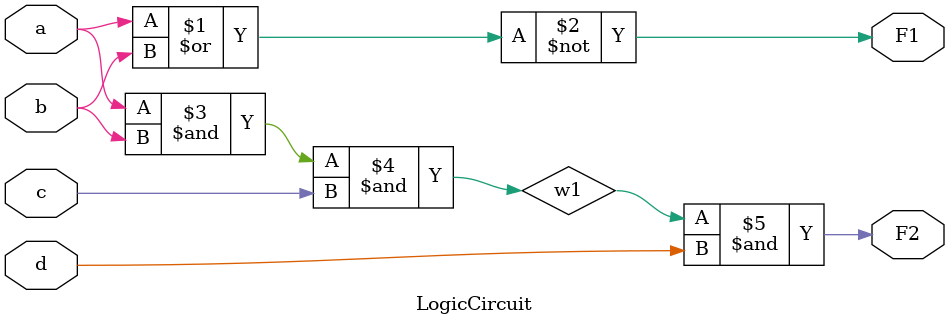
<source format=v>
module LogicCircuit (
    input a, b, c, d,      
    output F1, F2     
);

    wire w1;
    nor g1 (F1, a, b);
    and g2 (w1, a, b, c);
    and g3 (F2, w1, d);

endmodule

</source>
